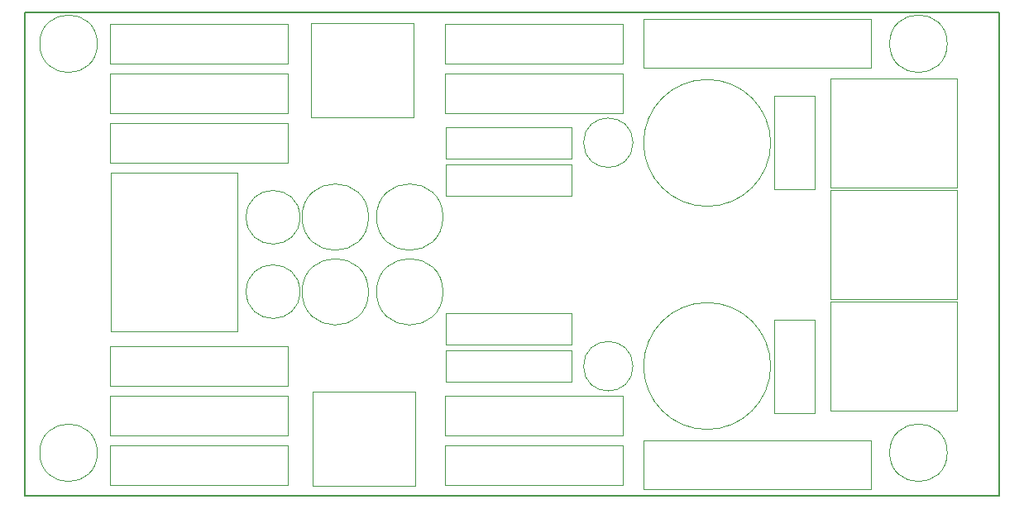
<source format=gbr>
%TF.GenerationSoftware,KiCad,Pcbnew,(5.0.0)*%
%TF.CreationDate,2018-07-24T20:25:44+02:00*%
%TF.ProjectId,tda2030StereoAmplifier,7464613230333053746572656F416D70,rev?*%
%TF.SameCoordinates,Original*%
%TF.FileFunction,Other,User*%
%FSLAX46Y46*%
G04 Gerber Fmt 4.6, Leading zero omitted, Abs format (unit mm)*
G04 Created by KiCad (PCBNEW (5.0.0)) date 07/24/18 20:25:44*
%MOMM*%
%LPD*%
G01*
G04 APERTURE LIST*
%ADD10C,0.150000*%
%ADD11C,0.050000*%
G04 APERTURE END LIST*
D10*
X17780000Y-95885000D02*
X117475000Y-95885000D01*
X17780000Y-95885000D02*
X17780000Y-46355000D01*
X117475000Y-46355000D02*
X117475000Y-95885000D01*
X17780000Y-46355000D02*
X117475000Y-46355000D01*
D11*
X25175000Y-91440000D02*
G75*
G03X25175000Y-91440000I-2950000J0D01*
G01*
X25175000Y-49530000D02*
G75*
G03X25175000Y-49530000I-2950000J0D01*
G01*
X112170000Y-49530000D02*
G75*
G03X112170000Y-49530000I-2950000J0D01*
G01*
X112170000Y-91440000D02*
G75*
G03X112170000Y-91440000I-2950000J0D01*
G01*
X45910000Y-67310000D02*
G75*
G03X45910000Y-67310000I-2750000J0D01*
G01*
X45910000Y-74930000D02*
G75*
G03X45910000Y-74930000I-2750000J0D01*
G01*
X52930000Y-67290000D02*
G75*
G03X52930000Y-67290000I-3400000J0D01*
G01*
X52930000Y-74950000D02*
G75*
G03X52930000Y-74950000I-3400000J0D01*
G01*
X60550000Y-67290000D02*
G75*
G03X60550000Y-67290000I-3400000J0D01*
G01*
X47230000Y-94810000D02*
X57730000Y-94810000D01*
X47230000Y-85210000D02*
X47230000Y-94810000D01*
X57730000Y-85210000D02*
X47230000Y-85210000D01*
X57730000Y-94810000D02*
X57730000Y-85210000D01*
X47045000Y-47430000D02*
X47045000Y-57030000D01*
X47045000Y-57030000D02*
X57545000Y-57030000D01*
X57545000Y-57030000D02*
X57545000Y-47430000D01*
X57545000Y-47430000D02*
X47045000Y-47430000D01*
X44630000Y-56660000D02*
X44630000Y-52560000D01*
X44630000Y-52560000D02*
X26490000Y-52560000D01*
X26490000Y-52560000D02*
X26490000Y-56660000D01*
X26490000Y-56660000D02*
X44630000Y-56660000D01*
X113150000Y-64480000D02*
X113150000Y-75670000D01*
X113150000Y-64480000D02*
X100210000Y-64480000D01*
X100210000Y-75670000D02*
X113150000Y-75670000D01*
X100210000Y-75670000D02*
X100210000Y-64480000D01*
X60550000Y-74950000D02*
G75*
G03X60550000Y-74950000I-3400000J0D01*
G01*
X80000000Y-59670000D02*
G75*
G03X80000000Y-59670000I-2530000J0D01*
G01*
X80000000Y-82570000D02*
G75*
G03X80000000Y-82570000I-2530000J0D01*
G01*
X98570000Y-54830000D02*
X94470000Y-54830000D01*
X94470000Y-54830000D02*
X94470000Y-64430000D01*
X94470000Y-64430000D02*
X98570000Y-64430000D01*
X98570000Y-64430000D02*
X98570000Y-54830000D01*
X94470000Y-77810000D02*
X94470000Y-87410000D01*
X98570000Y-77810000D02*
X94470000Y-77810000D01*
X98570000Y-87410000D02*
X98570000Y-77810000D01*
X94470000Y-87410000D02*
X98570000Y-87410000D01*
X94090000Y-59690000D02*
G75*
G03X94090000Y-59690000I-6500000J0D01*
G01*
X94090000Y-82550000D02*
G75*
G03X94090000Y-82550000I-6500000J0D01*
G01*
X60880000Y-65100000D02*
X73740000Y-65100000D01*
X60880000Y-61900000D02*
X60880000Y-65100000D01*
X73740000Y-61900000D02*
X60880000Y-61900000D01*
X73740000Y-65100000D02*
X73740000Y-61900000D01*
X73740000Y-61290000D02*
X73740000Y-58090000D01*
X73740000Y-58090000D02*
X60880000Y-58090000D01*
X60880000Y-58090000D02*
X60880000Y-61290000D01*
X60880000Y-61290000D02*
X73740000Y-61290000D01*
X60880000Y-84150000D02*
X73740000Y-84150000D01*
X60880000Y-80950000D02*
X60880000Y-84150000D01*
X73740000Y-80950000D02*
X60880000Y-80950000D01*
X73740000Y-84150000D02*
X73740000Y-80950000D01*
X73740000Y-80340000D02*
X73740000Y-77140000D01*
X73740000Y-77140000D02*
X60880000Y-77140000D01*
X60880000Y-77140000D02*
X60880000Y-80340000D01*
X60880000Y-80340000D02*
X73740000Y-80340000D01*
X39480000Y-62780000D02*
X39480000Y-79030000D01*
X39480000Y-62780000D02*
X26540000Y-62780000D01*
X26540000Y-79030000D02*
X39480000Y-79030000D01*
X26540000Y-79030000D02*
X26540000Y-62780000D01*
X100210000Y-64240000D02*
X100210000Y-53050000D01*
X100210000Y-64240000D02*
X113150000Y-64240000D01*
X113150000Y-53050000D02*
X100210000Y-53050000D01*
X113150000Y-53050000D02*
X113150000Y-64240000D01*
X113150000Y-75910000D02*
X113150000Y-87100000D01*
X113150000Y-75910000D02*
X100210000Y-75910000D01*
X100210000Y-87100000D02*
X113150000Y-87100000D01*
X100210000Y-87100000D02*
X100210000Y-75910000D01*
X26490000Y-89680000D02*
X44630000Y-89680000D01*
X26490000Y-85580000D02*
X26490000Y-89680000D01*
X44630000Y-85580000D02*
X26490000Y-85580000D01*
X44630000Y-89680000D02*
X44630000Y-85580000D01*
X26490000Y-61740000D02*
X44630000Y-61740000D01*
X26490000Y-57640000D02*
X26490000Y-61740000D01*
X44630000Y-57640000D02*
X26490000Y-57640000D01*
X44630000Y-61740000D02*
X44630000Y-57640000D01*
X44630000Y-84600000D02*
X44630000Y-80500000D01*
X44630000Y-80500000D02*
X26490000Y-80500000D01*
X26490000Y-80500000D02*
X26490000Y-84600000D01*
X26490000Y-84600000D02*
X44630000Y-84600000D01*
X44630000Y-51580000D02*
X44630000Y-47480000D01*
X44630000Y-47480000D02*
X26490000Y-47480000D01*
X26490000Y-47480000D02*
X26490000Y-51580000D01*
X26490000Y-51580000D02*
X44630000Y-51580000D01*
X26490000Y-94760000D02*
X44630000Y-94760000D01*
X26490000Y-90660000D02*
X26490000Y-94760000D01*
X44630000Y-90660000D02*
X26490000Y-90660000D01*
X44630000Y-94760000D02*
X44630000Y-90660000D01*
X60780000Y-51580000D02*
X78920000Y-51580000D01*
X60780000Y-47480000D02*
X60780000Y-51580000D01*
X78920000Y-47480000D02*
X60780000Y-47480000D01*
X78920000Y-51580000D02*
X78920000Y-47480000D01*
X60780000Y-52560000D02*
X60780000Y-56660000D01*
X60780000Y-56660000D02*
X78920000Y-56660000D01*
X78920000Y-56660000D02*
X78920000Y-52560000D01*
X78920000Y-52560000D02*
X60780000Y-52560000D01*
X60780000Y-85580000D02*
X60780000Y-89680000D01*
X60780000Y-89680000D02*
X78920000Y-89680000D01*
X78920000Y-89680000D02*
X78920000Y-85580000D01*
X78920000Y-85580000D02*
X60780000Y-85580000D01*
X60780000Y-94760000D02*
X78920000Y-94760000D01*
X60780000Y-90660000D02*
X60780000Y-94760000D01*
X78920000Y-90660000D02*
X60780000Y-90660000D01*
X78920000Y-94760000D02*
X78920000Y-90660000D01*
X104320000Y-47030000D02*
X81100000Y-47030000D01*
X104320000Y-52030000D02*
X104320000Y-47030000D01*
X81100000Y-52030000D02*
X104320000Y-52030000D01*
X81100000Y-47030000D02*
X81100000Y-52030000D01*
X81100000Y-90210000D02*
X81100000Y-95210000D01*
X81100000Y-95210000D02*
X104320000Y-95210000D01*
X104320000Y-95210000D02*
X104320000Y-90210000D01*
X104320000Y-90210000D02*
X81100000Y-90210000D01*
M02*

</source>
